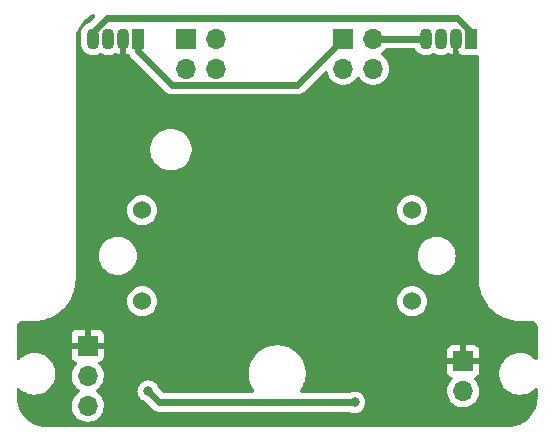
<source format=gbr>
%TF.GenerationSoftware,KiCad,Pcbnew,(6.0.9)*%
%TF.CreationDate,2023-01-27T21:07:44-09:00*%
%TF.ProjectId,GAUGE_Analog Instruments,47415547-455f-4416-9e61-6c6f6720496e,rev?*%
%TF.SameCoordinates,Original*%
%TF.FileFunction,Copper,L2,Bot*%
%TF.FilePolarity,Positive*%
%FSLAX46Y46*%
G04 Gerber Fmt 4.6, Leading zero omitted, Abs format (unit mm)*
G04 Created by KiCad (PCBNEW (6.0.9)) date 2023-01-27 21:07:44*
%MOMM*%
%LPD*%
G01*
G04 APERTURE LIST*
%TA.AperFunction,ComponentPad*%
%ADD10R,1.070000X1.800000*%
%TD*%
%TA.AperFunction,ComponentPad*%
%ADD11O,1.070000X1.800000*%
%TD*%
%TA.AperFunction,ComponentPad*%
%ADD12O,1.700000X1.700000*%
%TD*%
%TA.AperFunction,ComponentPad*%
%ADD13R,1.700000X1.700000*%
%TD*%
%TA.AperFunction,ComponentPad*%
%ADD14C,1.524000*%
%TD*%
%TA.AperFunction,ViaPad*%
%ADD15C,0.800000*%
%TD*%
%TA.AperFunction,Conductor*%
%ADD16C,0.609600*%
%TD*%
G04 APERTURE END LIST*
D10*
%TO.P,D2,1*%
%TO.N,Net-(D1-Pad4)*%
X196325515Y-78484574D03*
D11*
%TO.P,D2,2*%
%TO.N,+5V*%
X195055515Y-78484574D03*
%TO.P,D2,3*%
%TO.N,GND*%
X193785515Y-78484574D03*
%TO.P,D2,4*%
%TO.N,/LED_DOUT*%
X192515515Y-78484574D03*
%TD*%
D10*
%TO.P,D1,1*%
%TO.N,/LED_DIN*%
X168170016Y-78484574D03*
D11*
%TO.P,D1,2*%
%TO.N,+5V*%
X166900016Y-78484574D03*
%TO.P,D1,3*%
%TO.N,GND*%
X165630016Y-78484574D03*
%TO.P,D1,4*%
%TO.N,Net-(D1-Pad4)*%
X164360016Y-78484574D03*
%TD*%
D12*
%TO.P,J3,4*%
%TO.N,/COIL3*%
X174735515Y-81024574D03*
%TO.P,J3,3*%
%TO.N,/COIL2*%
X172195515Y-81024574D03*
%TO.P,J3,2*%
%TO.N,/COIL4*%
X174735515Y-78484574D03*
D13*
%TO.P,J3,1*%
%TO.N,/COIL1*%
X172195515Y-78484574D03*
%TD*%
D12*
%TO.P,J2,4*%
%TO.N,Net-(J2-Pad4)*%
X188070515Y-81024574D03*
%TO.P,J2,3*%
%TO.N,/ZERO_DETECT*%
X185530515Y-81024574D03*
%TO.P,J2,2*%
%TO.N,/LED_DOUT*%
X188070515Y-78484574D03*
D13*
%TO.P,J2,1*%
%TO.N,/LED_DIN*%
X185530515Y-78484574D03*
%TD*%
D12*
%TO.P,J1,2*%
%TO.N,GND*%
X195690515Y-108329574D03*
D13*
%TO.P,J1,1*%
%TO.N,+5V*%
X195690515Y-105789574D03*
%TD*%
D14*
%TO.P,M1,4*%
%TO.N,/COIL4*%
X191362766Y-93017952D03*
%TO.P,M1,3*%
%TO.N,/COIL3*%
X191362766Y-100717952D03*
%TO.P,M1,2*%
%TO.N,/COIL2*%
X168512766Y-100717952D03*
%TO.P,M1,1*%
%TO.N,/COIL1*%
X168512766Y-93017952D03*
%TD*%
D12*
%TO.P,J4,3*%
%TO.N,GND*%
X163897766Y-109567952D03*
%TO.P,J4,2*%
%TO.N,/ZERO_DETECT*%
X163897766Y-107027952D03*
D13*
%TO.P,J4,1*%
%TO.N,+5V*%
X163897766Y-104487952D03*
%TD*%
D15*
%TO.N,/ZERO_DETECT*%
X186492336Y-109272753D03*
X169020515Y-108329574D03*
%TD*%
D16*
%TO.N,/LED_DIN*%
X181635714Y-82379375D02*
X171010316Y-82379375D01*
X185530515Y-78484574D02*
X181635714Y-82379375D01*
X168170016Y-79539075D02*
X168170016Y-78484574D01*
X171010316Y-82379375D02*
X168170016Y-79539075D01*
%TO.N,/LED_DOUT*%
X192515515Y-78484574D02*
X188070515Y-78484574D01*
%TO.N,/ZERO_DETECT*%
X169963694Y-109272753D02*
X169020515Y-108329574D01*
X186492336Y-109272753D02*
X169963694Y-109272753D01*
%TO.N,Net-(D1-Pad4)*%
X165549304Y-76729773D02*
X164360016Y-77919061D01*
X164360016Y-77919061D02*
X164360016Y-78484574D01*
X195136227Y-76729773D02*
X165549304Y-76729773D01*
X196325515Y-77919061D02*
X195136227Y-76729773D01*
X196325515Y-78484574D02*
X196325515Y-77919061D01*
%TD*%
%TA.AperFunction,Conductor*%
%TO.N,+5V*%
G36*
X164486996Y-76451976D02*
G01*
X164525050Y-76511913D01*
X164524660Y-76582908D01*
X164493056Y-76635841D01*
X164008254Y-77120643D01*
X163968377Y-77147036D01*
X163967223Y-77147376D01*
X163785869Y-77242186D01*
X163626385Y-77370414D01*
X163494844Y-77527178D01*
X163396258Y-77706507D01*
X163334380Y-77901568D01*
X163316516Y-78060830D01*
X163316516Y-78901069D01*
X163331436Y-79053238D01*
X163390584Y-79249145D01*
X163416494Y-79297874D01*
X163483760Y-79424383D01*
X163486657Y-79429832D01*
X163490547Y-79434602D01*
X163490550Y-79434606D01*
X163612101Y-79583642D01*
X163612104Y-79583645D01*
X163615996Y-79588417D01*
X163620744Y-79592344D01*
X163620745Y-79592346D01*
X163627460Y-79597901D01*
X163773675Y-79718861D01*
X163953687Y-79816193D01*
X164149176Y-79876707D01*
X164155298Y-79877350D01*
X164155301Y-79877351D01*
X164346567Y-79897453D01*
X164346569Y-79897453D01*
X164352696Y-79898097D01*
X164450766Y-79889172D01*
X164550355Y-79880109D01*
X164550358Y-79880108D01*
X164556494Y-79879550D01*
X164562400Y-79877812D01*
X164562404Y-79877811D01*
X164684253Y-79841949D01*
X164752809Y-79821772D01*
X164758267Y-79818919D01*
X164758271Y-79818917D01*
X164934163Y-79726962D01*
X164934971Y-79728508D01*
X164994976Y-79710343D01*
X165055959Y-79725503D01*
X165061249Y-79728363D01*
X165223687Y-79816193D01*
X165419176Y-79876707D01*
X165425298Y-79877350D01*
X165425301Y-79877351D01*
X165616567Y-79897453D01*
X165616569Y-79897453D01*
X165622696Y-79898097D01*
X165720766Y-79889172D01*
X165820355Y-79880109D01*
X165820358Y-79880108D01*
X165826494Y-79879550D01*
X165832400Y-79877812D01*
X165832404Y-79877811D01*
X165954253Y-79841949D01*
X166022809Y-79821772D01*
X166028267Y-79818919D01*
X166028271Y-79818917D01*
X166204163Y-79726962D01*
X166204896Y-79728363D01*
X166265458Y-79710031D01*
X166326436Y-79725192D01*
X166488456Y-79812797D01*
X166499771Y-79817553D01*
X166628708Y-79857466D01*
X166642811Y-79857672D01*
X166646016Y-79850917D01*
X166646016Y-79117462D01*
X166651915Y-79079361D01*
X166653790Y-79073452D01*
X166653791Y-79073445D01*
X166655652Y-79067580D01*
X166673516Y-78908318D01*
X166673516Y-78356574D01*
X166693518Y-78288453D01*
X166747174Y-78241960D01*
X166799516Y-78230574D01*
X167000516Y-78230574D01*
X167068637Y-78250576D01*
X167115130Y-78304232D01*
X167126516Y-78356574D01*
X167126516Y-79432708D01*
X167133271Y-79494890D01*
X167136045Y-79502289D01*
X167145998Y-79528839D01*
X167154016Y-79573069D01*
X167154016Y-79843985D01*
X167157989Y-79857516D01*
X167165783Y-79858636D01*
X167282606Y-79824253D01*
X167353603Y-79824207D01*
X167413354Y-79862553D01*
X167430523Y-79888717D01*
X167431915Y-79892714D01*
X167435649Y-79898689D01*
X167435650Y-79898692D01*
X167449813Y-79921357D01*
X167457149Y-79934867D01*
X167471431Y-79965494D01*
X167490812Y-79990480D01*
X167498185Y-79999985D01*
X167505478Y-80010439D01*
X167528605Y-80047451D01*
X167533570Y-80052450D01*
X167533571Y-80052452D01*
X167557372Y-80076419D01*
X167557969Y-80077057D01*
X167558489Y-80077728D01*
X167584747Y-80103986D01*
X167657175Y-80176921D01*
X167658216Y-80177581D01*
X167659451Y-80178690D01*
X170428605Y-82947844D01*
X170429534Y-82948781D01*
X170469142Y-82989227D01*
X170493034Y-83013625D01*
X170498952Y-83017439D01*
X170498957Y-83017443D01*
X170529723Y-83037270D01*
X170540076Y-83044709D01*
X170574185Y-83071938D01*
X170580525Y-83075003D01*
X170580530Y-83075006D01*
X170604595Y-83086640D01*
X170618008Y-83094167D01*
X170640480Y-83108649D01*
X170640487Y-83108652D01*
X170646406Y-83112467D01*
X170687427Y-83127398D01*
X170699164Y-83132356D01*
X170707991Y-83136623D01*
X170732117Y-83148286D01*
X170732119Y-83148287D01*
X170738460Y-83151352D01*
X170771380Y-83158952D01*
X170786115Y-83163318D01*
X170811244Y-83172464D01*
X170811250Y-83172466D01*
X170817865Y-83174873D01*
X170838519Y-83177482D01*
X170861175Y-83180344D01*
X170873716Y-83182578D01*
X170916246Y-83192397D01*
X170923292Y-83192422D01*
X170923295Y-83192422D01*
X170957057Y-83192540D01*
X170957950Y-83192570D01*
X170958786Y-83192675D01*
X170995722Y-83192675D01*
X170996162Y-83192676D01*
X171095162Y-83193022D01*
X171095169Y-83193022D01*
X171098708Y-83193034D01*
X171099914Y-83192764D01*
X171101563Y-83192675D01*
X181626497Y-83192675D01*
X181627818Y-83192682D01*
X181718423Y-83193631D01*
X181761084Y-83184407D01*
X181773663Y-83182347D01*
X181810043Y-83178267D01*
X181810046Y-83178266D01*
X181817039Y-83177482D01*
X181848940Y-83166373D01*
X181863750Y-83162211D01*
X181896765Y-83155073D01*
X181904745Y-83151352D01*
X181936333Y-83136623D01*
X181948143Y-83131827D01*
X181989353Y-83117476D01*
X182017997Y-83099577D01*
X182031506Y-83092242D01*
X182062133Y-83077960D01*
X182096624Y-83051206D01*
X182107080Y-83043912D01*
X182138114Y-83024520D01*
X182144090Y-83020786D01*
X182173058Y-82992019D01*
X182173696Y-82991422D01*
X182174367Y-82990902D01*
X182200625Y-82964644D01*
X182273560Y-82892216D01*
X182274220Y-82891175D01*
X182275329Y-82889940D01*
X183976661Y-81188608D01*
X184038973Y-81154582D01*
X184109788Y-81159647D01*
X184166624Y-81202194D01*
X184188673Y-81250002D01*
X184229737Y-81432213D01*
X184313781Y-81639190D01*
X184364534Y-81722012D01*
X184427806Y-81825262D01*
X184430502Y-81829662D01*
X184576765Y-81998512D01*
X184748641Y-82141206D01*
X184941515Y-82253912D01*
X185150207Y-82333604D01*
X185155275Y-82334635D01*
X185155278Y-82334636D01*
X185262532Y-82356457D01*
X185369112Y-82378141D01*
X185374287Y-82378331D01*
X185374289Y-82378331D01*
X185587188Y-82386138D01*
X185587192Y-82386138D01*
X185592352Y-82386327D01*
X185597472Y-82385671D01*
X185597474Y-82385671D01*
X185808803Y-82358599D01*
X185808804Y-82358599D01*
X185813931Y-82357942D01*
X185818881Y-82356457D01*
X186022944Y-82295235D01*
X186022949Y-82295233D01*
X186027899Y-82293748D01*
X186228509Y-82195470D01*
X186410375Y-82065747D01*
X186568611Y-81908063D01*
X186628109Y-81825263D01*
X186698968Y-81726651D01*
X186700291Y-81727602D01*
X186747160Y-81684431D01*
X186817095Y-81672199D01*
X186882541Y-81699718D01*
X186910390Y-81731568D01*
X186970502Y-81829662D01*
X187116765Y-81998512D01*
X187288641Y-82141206D01*
X187481515Y-82253912D01*
X187690207Y-82333604D01*
X187695275Y-82334635D01*
X187695278Y-82334636D01*
X187802532Y-82356457D01*
X187909112Y-82378141D01*
X187914287Y-82378331D01*
X187914289Y-82378331D01*
X188127188Y-82386138D01*
X188127192Y-82386138D01*
X188132352Y-82386327D01*
X188137472Y-82385671D01*
X188137474Y-82385671D01*
X188348803Y-82358599D01*
X188348804Y-82358599D01*
X188353931Y-82357942D01*
X188358881Y-82356457D01*
X188562944Y-82295235D01*
X188562949Y-82295233D01*
X188567899Y-82293748D01*
X188768509Y-82195470D01*
X188950375Y-82065747D01*
X189108611Y-81908063D01*
X189168109Y-81825263D01*
X189235950Y-81730851D01*
X189238968Y-81726651D01*
X189259835Y-81684431D01*
X189335651Y-81531027D01*
X189335652Y-81531025D01*
X189337945Y-81526385D01*
X189402885Y-81312643D01*
X189432044Y-81091164D01*
X189432126Y-81087814D01*
X189433589Y-81027939D01*
X189433589Y-81027935D01*
X189433671Y-81024574D01*
X189415367Y-80801935D01*
X189360946Y-80585276D01*
X189271869Y-80380414D01*
X189182908Y-80242901D01*
X189153337Y-80197191D01*
X189153335Y-80197188D01*
X189150529Y-80192851D01*
X189000185Y-80027625D01*
X188996134Y-80024426D01*
X188996130Y-80024422D01*
X188828929Y-79892374D01*
X188828925Y-79892372D01*
X188824874Y-79889172D01*
X188783568Y-79866370D01*
X188733599Y-79815938D01*
X188718827Y-79746495D01*
X188743943Y-79680090D01*
X188771295Y-79653483D01*
X188815118Y-79622224D01*
X188950375Y-79525747D01*
X189108611Y-79368063D01*
X189121342Y-79350346D01*
X189177337Y-79306699D01*
X189223663Y-79297874D01*
X191496284Y-79297874D01*
X191564405Y-79317876D01*
X191607535Y-79364721D01*
X191639258Y-79424383D01*
X191639262Y-79424388D01*
X191642156Y-79429832D01*
X191688809Y-79487034D01*
X191767600Y-79583642D01*
X191767603Y-79583645D01*
X191771495Y-79588417D01*
X191776243Y-79592344D01*
X191776244Y-79592346D01*
X191782959Y-79597901D01*
X191929174Y-79718861D01*
X192109186Y-79816193D01*
X192304675Y-79876707D01*
X192310797Y-79877350D01*
X192310800Y-79877351D01*
X192502066Y-79897453D01*
X192502068Y-79897453D01*
X192508195Y-79898097D01*
X192606265Y-79889172D01*
X192705854Y-79880109D01*
X192705857Y-79880108D01*
X192711993Y-79879550D01*
X192717899Y-79877812D01*
X192717903Y-79877811D01*
X192839752Y-79841949D01*
X192908308Y-79821772D01*
X192913766Y-79818919D01*
X192913770Y-79818917D01*
X193089662Y-79726962D01*
X193090470Y-79728508D01*
X193150475Y-79710343D01*
X193211458Y-79725503D01*
X193216748Y-79728363D01*
X193379186Y-79816193D01*
X193574675Y-79876707D01*
X193580797Y-79877350D01*
X193580800Y-79877351D01*
X193772066Y-79897453D01*
X193772068Y-79897453D01*
X193778195Y-79898097D01*
X193876265Y-79889172D01*
X193975854Y-79880109D01*
X193975857Y-79880108D01*
X193981993Y-79879550D01*
X193987899Y-79877812D01*
X193987903Y-79877811D01*
X194109752Y-79841949D01*
X194178308Y-79821772D01*
X194183766Y-79818919D01*
X194183770Y-79818917D01*
X194359662Y-79726962D01*
X194360395Y-79728363D01*
X194420957Y-79710031D01*
X194481935Y-79725192D01*
X194643955Y-79812797D01*
X194655270Y-79817553D01*
X194784207Y-79857466D01*
X194798310Y-79857672D01*
X194801515Y-79850917D01*
X194801515Y-79117462D01*
X194807414Y-79079361D01*
X194809289Y-79073452D01*
X194809290Y-79073445D01*
X194811151Y-79067580D01*
X194829015Y-78908318D01*
X194829015Y-78356574D01*
X194849017Y-78288453D01*
X194902673Y-78241960D01*
X194955015Y-78230574D01*
X195156015Y-78230574D01*
X195224136Y-78250576D01*
X195270629Y-78304232D01*
X195282015Y-78356574D01*
X195282015Y-79432708D01*
X195288770Y-79494890D01*
X195291544Y-79502289D01*
X195301497Y-79528839D01*
X195309515Y-79573069D01*
X195309515Y-79843985D01*
X195313488Y-79857516D01*
X195321282Y-79858636D01*
X195445393Y-79822108D01*
X195516390Y-79822062D01*
X195538553Y-79831249D01*
X195543810Y-79835189D01*
X195680199Y-79886319D01*
X195742381Y-79893074D01*
X196881015Y-79893074D01*
X196949136Y-79913076D01*
X196995629Y-79966732D01*
X197007015Y-80019074D01*
X197007015Y-98814700D01*
X197005268Y-98835607D01*
X197001939Y-98855392D01*
X197001786Y-98867944D01*
X197002476Y-98872761D01*
X197002476Y-98872765D01*
X197002524Y-98873099D01*
X197003643Y-98884771D01*
X197019574Y-99209161D01*
X197019726Y-99212252D01*
X197020179Y-99215307D01*
X197020180Y-99215316D01*
X197065300Y-99519512D01*
X197070303Y-99553244D01*
X197071056Y-99556252D01*
X197071057Y-99556255D01*
X197086177Y-99616621D01*
X197154060Y-99887638D01*
X197157829Y-99898171D01*
X197222985Y-100080276D01*
X197270190Y-100212211D01*
X197271512Y-100215006D01*
X197271514Y-100215011D01*
X197415820Y-100520127D01*
X197417575Y-100523838D01*
X197594795Y-100819518D01*
X197596641Y-100822007D01*
X197783580Y-101074069D01*
X197800144Y-101096404D01*
X198031644Y-101351828D01*
X198287066Y-101583331D01*
X198289545Y-101585170D01*
X198289548Y-101585172D01*
X198441796Y-101698088D01*
X198563949Y-101788684D01*
X198859628Y-101965907D01*
X198862407Y-101967221D01*
X198862410Y-101967223D01*
X199168462Y-102111976D01*
X199168471Y-102111980D01*
X199171254Y-102113296D01*
X199333540Y-102171363D01*
X199492918Y-102228389D01*
X199492927Y-102228392D01*
X199495826Y-102229429D01*
X199498816Y-102230178D01*
X199498826Y-102230181D01*
X199799943Y-102305606D01*
X199830218Y-102313189D01*
X200171210Y-102363770D01*
X200174294Y-102363921D01*
X200174299Y-102363922D01*
X200483283Y-102379100D01*
X200497998Y-102380693D01*
X200498159Y-102380720D01*
X200498166Y-102380721D01*
X200502966Y-102381528D01*
X200509432Y-102381607D01*
X200510658Y-102381622D01*
X200510661Y-102381622D01*
X200515518Y-102381681D01*
X200543148Y-102377724D01*
X200561010Y-102376451D01*
X201441901Y-102376451D01*
X201461279Y-102377950D01*
X201471007Y-102379464D01*
X201485000Y-102381642D01*
X201494021Y-102380462D01*
X201524464Y-102380189D01*
X201586551Y-102387181D01*
X201614047Y-102393455D01*
X201691160Y-102420433D01*
X201716571Y-102432670D01*
X201731203Y-102441862D01*
X201785737Y-102476124D01*
X201807794Y-102493712D01*
X201865556Y-102551468D01*
X201883144Y-102573521D01*
X201926606Y-102642682D01*
X201938850Y-102668104D01*
X201965830Y-102745199D01*
X201972109Y-102772703D01*
X201978324Y-102827831D01*
X201977981Y-102843843D01*
X201979050Y-102843856D01*
X201978941Y-102852825D01*
X201977559Y-102861700D01*
X201980362Y-102883125D01*
X201981686Y-102893247D01*
X201982750Y-102909591D01*
X201982750Y-105567659D01*
X201962748Y-105635780D01*
X201909092Y-105682273D01*
X201838818Y-105692377D01*
X201774238Y-105662883D01*
X201762747Y-105651561D01*
X201716232Y-105599445D01*
X201515280Y-105432314D01*
X201444629Y-105389442D01*
X201295828Y-105299147D01*
X201295824Y-105299145D01*
X201291831Y-105296722D01*
X201050795Y-105195648D01*
X200797467Y-105131310D01*
X200792816Y-105130842D01*
X200792812Y-105130841D01*
X200583521Y-105109767D01*
X200580383Y-105109451D01*
X200424896Y-105109451D01*
X200422571Y-105109624D01*
X200422565Y-105109624D01*
X200235250Y-105123544D01*
X200235246Y-105123545D01*
X200230598Y-105123890D01*
X200226050Y-105124919D01*
X200226044Y-105124920D01*
X200039649Y-105167098D01*
X199975673Y-105181574D01*
X199971321Y-105183266D01*
X199971319Y-105183267D01*
X199736426Y-105274611D01*
X199736423Y-105274612D01*
X199732073Y-105276304D01*
X199505152Y-105406000D01*
X199299893Y-105567813D01*
X199120807Y-105758188D01*
X198971826Y-105972942D01*
X198969760Y-105977132D01*
X198969758Y-105977135D01*
X198874604Y-106170090D01*
X198856225Y-106207358D01*
X198854803Y-106211801D01*
X198854802Y-106211803D01*
X198808027Y-106357928D01*
X198776543Y-106456286D01*
X198734529Y-106714258D01*
X198734468Y-106718931D01*
X198732391Y-106877628D01*
X198731108Y-106975606D01*
X198766354Y-107234589D01*
X198767662Y-107239075D01*
X198767662Y-107239077D01*
X198787348Y-107306615D01*
X198839493Y-107485518D01*
X198841453Y-107489771D01*
X198841454Y-107489772D01*
X198847179Y-107502191D01*
X198948918Y-107722879D01*
X198972447Y-107758767D01*
X199089660Y-107937547D01*
X199089664Y-107937552D01*
X199092226Y-107941460D01*
X199266268Y-108136457D01*
X199467220Y-108303588D01*
X199471223Y-108306017D01*
X199686672Y-108436755D01*
X199686676Y-108436757D01*
X199690669Y-108439180D01*
X199931705Y-108540254D01*
X200185033Y-108604592D01*
X200189684Y-108605060D01*
X200189688Y-108605061D01*
X200382558Y-108624482D01*
X200402117Y-108626451D01*
X200557604Y-108626451D01*
X200559929Y-108626278D01*
X200559935Y-108626278D01*
X200747250Y-108612358D01*
X200747254Y-108612357D01*
X200751902Y-108612012D01*
X200756450Y-108610983D01*
X200756456Y-108610982D01*
X200947290Y-108567800D01*
X201006827Y-108554328D01*
X201011978Y-108552325D01*
X201246074Y-108461291D01*
X201246077Y-108461290D01*
X201250427Y-108459598D01*
X201269740Y-108448560D01*
X201355608Y-108399482D01*
X201477348Y-108329902D01*
X201682607Y-108168089D01*
X201764975Y-108080529D01*
X201826219Y-108044617D01*
X201897157Y-108047517D01*
X201955265Y-108088308D01*
X201982096Y-108154039D01*
X201982750Y-108166862D01*
X201982750Y-108818583D01*
X201981249Y-108837970D01*
X201977559Y-108861666D01*
X201978723Y-108870569D01*
X201978723Y-108870571D01*
X201979807Y-108878863D01*
X201980640Y-108902806D01*
X201965039Y-109160650D01*
X201963205Y-109175753D01*
X201911716Y-109456703D01*
X201908074Y-109471477D01*
X201823100Y-109744158D01*
X201817705Y-109758384D01*
X201700477Y-110018848D01*
X201693406Y-110032320D01*
X201545644Y-110276746D01*
X201537001Y-110289268D01*
X201360850Y-110514107D01*
X201350760Y-110525496D01*
X201148794Y-110727461D01*
X201137406Y-110737550D01*
X200912566Y-110913701D01*
X200900045Y-110922344D01*
X200655613Y-111070111D01*
X200642147Y-111077178D01*
X200381682Y-111194406D01*
X200367457Y-111199801D01*
X200094770Y-111284776D01*
X200080010Y-111288415D01*
X199957135Y-111310934D01*
X199799053Y-111339906D01*
X199783948Y-111341740D01*
X199533330Y-111356903D01*
X199506543Y-111355643D01*
X199506389Y-111355641D01*
X199497517Y-111354260D01*
X199465960Y-111358387D01*
X199449621Y-111359451D01*
X160433650Y-111359451D01*
X160414264Y-111357951D01*
X160399432Y-111355641D01*
X160399429Y-111355641D01*
X160390560Y-111354260D01*
X160381659Y-111355424D01*
X160381653Y-111355424D01*
X160373367Y-111356508D01*
X160349421Y-111357342D01*
X160091573Y-111341743D01*
X160076470Y-111339909D01*
X159843227Y-111297165D01*
X159795522Y-111288423D01*
X159780755Y-111284783D01*
X159508051Y-111199805D01*
X159493833Y-111194413D01*
X159233361Y-111077184D01*
X159219908Y-111070123D01*
X158975458Y-110922348D01*
X158962945Y-110913711D01*
X158945234Y-110899835D01*
X158738107Y-110737563D01*
X158726718Y-110727474D01*
X158524743Y-110525501D01*
X158514654Y-110514112D01*
X158338508Y-110289282D01*
X158329864Y-110276760D01*
X158182097Y-110032326D01*
X158175026Y-110018854D01*
X158057797Y-109758390D01*
X158052402Y-109744164D01*
X157987110Y-109534647D01*
X162535017Y-109534647D01*
X162535314Y-109539800D01*
X162535314Y-109539803D01*
X162541340Y-109644309D01*
X162547876Y-109757667D01*
X162549013Y-109762713D01*
X162549014Y-109762719D01*
X162566706Y-109841222D01*
X162596988Y-109975591D01*
X162681032Y-110182568D01*
X162797753Y-110373040D01*
X162944016Y-110541890D01*
X163115892Y-110684584D01*
X163308766Y-110797290D01*
X163517458Y-110876982D01*
X163522526Y-110878013D01*
X163522529Y-110878014D01*
X163629783Y-110899835D01*
X163736363Y-110921519D01*
X163741538Y-110921709D01*
X163741540Y-110921709D01*
X163954439Y-110929516D01*
X163954443Y-110929516D01*
X163959603Y-110929705D01*
X163964723Y-110929049D01*
X163964725Y-110929049D01*
X164176054Y-110901977D01*
X164176055Y-110901977D01*
X164181182Y-110901320D01*
X164186132Y-110899835D01*
X164390195Y-110838613D01*
X164390200Y-110838611D01*
X164395150Y-110837126D01*
X164595760Y-110738848D01*
X164777626Y-110609125D01*
X164935862Y-110451441D01*
X164995360Y-110368641D01*
X165063201Y-110274229D01*
X165066219Y-110270029D01*
X165094795Y-110212211D01*
X165162902Y-110074405D01*
X165162903Y-110074403D01*
X165165196Y-110069763D01*
X165207461Y-109930652D01*
X165228631Y-109860975D01*
X165228631Y-109860973D01*
X165230136Y-109856021D01*
X165259295Y-109634542D01*
X165260922Y-109567952D01*
X165242618Y-109345313D01*
X165188197Y-109128654D01*
X165099120Y-108923792D01*
X164981513Y-108741999D01*
X164980588Y-108740569D01*
X164980586Y-108740566D01*
X164977780Y-108736229D01*
X164827436Y-108571003D01*
X164823385Y-108567804D01*
X164823381Y-108567800D01*
X164656180Y-108435752D01*
X164656176Y-108435750D01*
X164652125Y-108432550D01*
X164610819Y-108409748D01*
X164560850Y-108359316D01*
X164554523Y-108329574D01*
X168107011Y-108329574D01*
X168107701Y-108336139D01*
X168115682Y-108412070D01*
X168126973Y-108519502D01*
X168185988Y-108701130D01*
X168189291Y-108706852D01*
X168189292Y-108706853D01*
X168208758Y-108740569D01*
X168281475Y-108866518D01*
X168285893Y-108871425D01*
X168285894Y-108871426D01*
X168347101Y-108939403D01*
X168409262Y-109008440D01*
X168434824Y-109027012D01*
X168531508Y-109097257D01*
X168563763Y-109120692D01*
X168569791Y-109123376D01*
X168569793Y-109123377D01*
X168718522Y-109189595D01*
X168756368Y-109215607D01*
X169381983Y-109841222D01*
X169382912Y-109842159D01*
X169446412Y-109907003D01*
X169452334Y-109910820D01*
X169452336Y-109910821D01*
X169483108Y-109930652D01*
X169493448Y-109938082D01*
X169527564Y-109965316D01*
X169533910Y-109968384D01*
X169533912Y-109968385D01*
X169557976Y-109980019D01*
X169571387Y-109987545D01*
X169599784Y-110005845D01*
X169640813Y-110020778D01*
X169652537Y-110025731D01*
X169669300Y-110033834D01*
X169685494Y-110041663D01*
X169685497Y-110041664D01*
X169691839Y-110044730D01*
X169708798Y-110048645D01*
X169724752Y-110052329D01*
X169739501Y-110056698D01*
X169771243Y-110068251D01*
X169814547Y-110073721D01*
X169827092Y-110075956D01*
X169839296Y-110078774D01*
X169862757Y-110084191D01*
X169862761Y-110084191D01*
X169869624Y-110085776D01*
X169876670Y-110085801D01*
X169876673Y-110085801D01*
X169910448Y-110085919D01*
X169911331Y-110085948D01*
X169912164Y-110086053D01*
X169948941Y-110086053D01*
X169949380Y-110086054D01*
X170048541Y-110086400D01*
X170048547Y-110086400D01*
X170052086Y-110086412D01*
X170053292Y-110086142D01*
X170054942Y-110086053D01*
X186058623Y-110086053D01*
X186109872Y-110096946D01*
X186210048Y-110141547D01*
X186303449Y-110161400D01*
X186390392Y-110179881D01*
X186390397Y-110179881D01*
X186396849Y-110181253D01*
X186587823Y-110181253D01*
X186594275Y-110179881D01*
X186594280Y-110179881D01*
X186681223Y-110161400D01*
X186774624Y-110141547D01*
X186899264Y-110086054D01*
X186943058Y-110066556D01*
X186943060Y-110066555D01*
X186949088Y-110063871D01*
X187103589Y-109951619D01*
X187140324Y-109910821D01*
X187226957Y-109814605D01*
X187226958Y-109814604D01*
X187231376Y-109809697D01*
X187326863Y-109644309D01*
X187385878Y-109462681D01*
X187395226Y-109373745D01*
X187405150Y-109279318D01*
X187405840Y-109272753D01*
X187399125Y-109208866D01*
X187386568Y-109089388D01*
X187386568Y-109089386D01*
X187385878Y-109082825D01*
X187326863Y-108901197D01*
X187316413Y-108883096D01*
X187234677Y-108741527D01*
X187231376Y-108735809D01*
X187118982Y-108610982D01*
X187108011Y-108598798D01*
X187108010Y-108598797D01*
X187103589Y-108593887D01*
X186949088Y-108481635D01*
X186943060Y-108478951D01*
X186943058Y-108478950D01*
X186780655Y-108406644D01*
X186780654Y-108406644D01*
X186774624Y-108403959D01*
X186678443Y-108383515D01*
X186594280Y-108365625D01*
X186594275Y-108365625D01*
X186587823Y-108364253D01*
X186396849Y-108364253D01*
X186390397Y-108365625D01*
X186390392Y-108365625D01*
X186306229Y-108383515D01*
X186210048Y-108403959D01*
X186204018Y-108406644D01*
X186204017Y-108406644D01*
X186109872Y-108448560D01*
X186058623Y-108459453D01*
X182005695Y-108459453D01*
X181937574Y-108439451D01*
X181891081Y-108385795D01*
X181880977Y-108315521D01*
X181888645Y-108296269D01*
X194327766Y-108296269D01*
X194328063Y-108301422D01*
X194328063Y-108301425D01*
X194333526Y-108396164D01*
X194340625Y-108519289D01*
X194341762Y-108524335D01*
X194341763Y-108524341D01*
X194359849Y-108604592D01*
X194389737Y-108737213D01*
X194449014Y-108883195D01*
X194459974Y-108910186D01*
X194473781Y-108944190D01*
X194476480Y-108948594D01*
X194583911Y-109123906D01*
X194590502Y-109134662D01*
X194736765Y-109303512D01*
X194908641Y-109446206D01*
X195101515Y-109558912D01*
X195310207Y-109638604D01*
X195315275Y-109639635D01*
X195315278Y-109639636D01*
X195422532Y-109661457D01*
X195529112Y-109683141D01*
X195534287Y-109683331D01*
X195534289Y-109683331D01*
X195747188Y-109691138D01*
X195747192Y-109691138D01*
X195752352Y-109691327D01*
X195757472Y-109690671D01*
X195757474Y-109690671D01*
X195968803Y-109663599D01*
X195968804Y-109663599D01*
X195973931Y-109662942D01*
X196036038Y-109644309D01*
X196182944Y-109600235D01*
X196182949Y-109600233D01*
X196187899Y-109598748D01*
X196388509Y-109500470D01*
X196570375Y-109370747D01*
X196728611Y-109213063D01*
X196739171Y-109198368D01*
X196855950Y-109035851D01*
X196858968Y-109031651D01*
X196868521Y-109012323D01*
X196955651Y-108836027D01*
X196955652Y-108836025D01*
X196957945Y-108831385D01*
X197020209Y-108626451D01*
X197021380Y-108622597D01*
X197021380Y-108622595D01*
X197022885Y-108617643D01*
X197052044Y-108396164D01*
X197052145Y-108392032D01*
X197053589Y-108332939D01*
X197053589Y-108332935D01*
X197053671Y-108329574D01*
X197035367Y-108106935D01*
X196980946Y-107890276D01*
X196891869Y-107685414D01*
X196816987Y-107569664D01*
X196773337Y-107502191D01*
X196773335Y-107502188D01*
X196770529Y-107497851D01*
X196767055Y-107494033D01*
X196767048Y-107494024D01*
X196622950Y-107335662D01*
X196591898Y-107271816D01*
X196600294Y-107201318D01*
X196645471Y-107146550D01*
X196671915Y-107132881D01*
X196778567Y-107092899D01*
X196794164Y-107084360D01*
X196896239Y-107007859D01*
X196908800Y-106995298D01*
X196985301Y-106893223D01*
X196993839Y-106877628D01*
X197038993Y-106757180D01*
X197042620Y-106741925D01*
X197048146Y-106691060D01*
X197048515Y-106684246D01*
X197048515Y-106061689D01*
X197044040Y-106046450D01*
X197042650Y-106045245D01*
X197034967Y-106043574D01*
X194350631Y-106043574D01*
X194335392Y-106048049D01*
X194334187Y-106049439D01*
X194332516Y-106057122D01*
X194332516Y-106684243D01*
X194332886Y-106691064D01*
X194338410Y-106741926D01*
X194342036Y-106757178D01*
X194387191Y-106877628D01*
X194395729Y-106893223D01*
X194472230Y-106995298D01*
X194484791Y-107007859D01*
X194586866Y-107084360D01*
X194602461Y-107092898D01*
X194711342Y-107133716D01*
X194768106Y-107176358D01*
X194792806Y-107242919D01*
X194777598Y-107312268D01*
X194758206Y-107338749D01*
X194670481Y-107430548D01*
X194631144Y-107471712D01*
X194505258Y-107656254D01*
X194489518Y-107690164D01*
X194421386Y-107836942D01*
X194411203Y-107858879D01*
X194351504Y-108074144D01*
X194327766Y-108296269D01*
X181888645Y-108296269D01*
X181902798Y-108260733D01*
X181929134Y-108223468D01*
X181993374Y-108132571D01*
X182137400Y-107861125D01*
X182146514Y-107836942D01*
X182244351Y-107577340D01*
X182244353Y-107577334D01*
X182245768Y-107573579D01*
X182264647Y-107494024D01*
X182315792Y-107278510D01*
X182315793Y-107278505D01*
X182316721Y-107274594D01*
X182349108Y-106969017D01*
X182347455Y-106893223D01*
X182342493Y-106665818D01*
X182342492Y-106665812D01*
X182342405Y-106661802D01*
X182296719Y-106357928D01*
X182294569Y-106350353D01*
X182213887Y-106066176D01*
X182213887Y-106066175D01*
X182212793Y-106062323D01*
X182091985Y-105779778D01*
X181937776Y-105517459D01*
X194332515Y-105517459D01*
X194336990Y-105532698D01*
X194338380Y-105533903D01*
X194346063Y-105535574D01*
X195418400Y-105535574D01*
X195433639Y-105531099D01*
X195434844Y-105529709D01*
X195436515Y-105522026D01*
X195436515Y-105517459D01*
X195944515Y-105517459D01*
X195948990Y-105532698D01*
X195950380Y-105533903D01*
X195958063Y-105535574D01*
X197030399Y-105535574D01*
X197045638Y-105531099D01*
X197046843Y-105529709D01*
X197048514Y-105522026D01*
X197048514Y-104894905D01*
X197048144Y-104888084D01*
X197042620Y-104837222D01*
X197038994Y-104821970D01*
X196993839Y-104701520D01*
X196985301Y-104685925D01*
X196908800Y-104583850D01*
X196896239Y-104571289D01*
X196794164Y-104494788D01*
X196778569Y-104486250D01*
X196658121Y-104441096D01*
X196642866Y-104437469D01*
X196592001Y-104431943D01*
X196585187Y-104431574D01*
X195962630Y-104431574D01*
X195947391Y-104436049D01*
X195946186Y-104437439D01*
X195944515Y-104445122D01*
X195944515Y-105517459D01*
X195436515Y-105517459D01*
X195436515Y-104449690D01*
X195432040Y-104434451D01*
X195430650Y-104433246D01*
X195422967Y-104431575D01*
X194795846Y-104431575D01*
X194789025Y-104431945D01*
X194738163Y-104437469D01*
X194722911Y-104441095D01*
X194602461Y-104486250D01*
X194586866Y-104494788D01*
X194484791Y-104571289D01*
X194472230Y-104583850D01*
X194395729Y-104685925D01*
X194387191Y-104701520D01*
X194342037Y-104821968D01*
X194338410Y-104837223D01*
X194332884Y-104888088D01*
X194332515Y-104894902D01*
X194332515Y-105517459D01*
X181937776Y-105517459D01*
X181936256Y-105514873D01*
X181748128Y-105271903D01*
X181530653Y-105054807D01*
X181363309Y-104925702D01*
X181290548Y-104869567D01*
X181290544Y-104869564D01*
X181287355Y-104867104D01*
X181104550Y-104760067D01*
X181025643Y-104713865D01*
X181025640Y-104713863D01*
X181022179Y-104711837D01*
X181018494Y-104710269D01*
X181018490Y-104710267D01*
X180823730Y-104627396D01*
X180739423Y-104591523D01*
X180443672Y-104508112D01*
X180212700Y-104473799D01*
X180143018Y-104463447D01*
X180143016Y-104463447D01*
X180139719Y-104462957D01*
X180136388Y-104462817D01*
X180136384Y-104462817D01*
X180099431Y-104461269D01*
X180056089Y-104459452D01*
X179860026Y-104459452D01*
X179736122Y-104467356D01*
X179635109Y-104473799D01*
X179635104Y-104473800D01*
X179631101Y-104474055D01*
X179627164Y-104474817D01*
X179627162Y-104474817D01*
X179571571Y-104485573D01*
X179329407Y-104532426D01*
X179325592Y-104533684D01*
X179325588Y-104533685D01*
X179041398Y-104627396D01*
X179041393Y-104627398D01*
X179037575Y-104628657D01*
X178760337Y-104761190D01*
X178756972Y-104763363D01*
X178756968Y-104763365D01*
X178505552Y-104925702D01*
X178505546Y-104925707D01*
X178502186Y-104927876D01*
X178267307Y-105126013D01*
X178059508Y-105352389D01*
X177882158Y-105603333D01*
X177738132Y-105874779D01*
X177736717Y-105878535D01*
X177736716Y-105878536D01*
X177672308Y-106049439D01*
X177629764Y-106162325D01*
X177628835Y-106166240D01*
X177585143Y-106350353D01*
X177558811Y-106461310D01*
X177526424Y-106766887D01*
X177526511Y-106770888D01*
X177526511Y-106770895D01*
X177531764Y-107011643D01*
X177533127Y-107074102D01*
X177578813Y-107377976D01*
X177579908Y-107381834D01*
X177579909Y-107381837D01*
X177610553Y-107489772D01*
X177662739Y-107673581D01*
X177783547Y-107956126D01*
X177939276Y-108221031D01*
X177941734Y-108224205D01*
X177941737Y-108224210D01*
X177966594Y-108256314D01*
X177992483Y-108322422D01*
X177978522Y-108392032D01*
X177929142Y-108443044D01*
X177866967Y-108459453D01*
X170352764Y-108459453D01*
X170284643Y-108439451D01*
X170263668Y-108422548D01*
X169903338Y-108062217D01*
X169872601Y-108012058D01*
X169857084Y-107964302D01*
X169857083Y-107964301D01*
X169855042Y-107958018D01*
X169759555Y-107792630D01*
X169736300Y-107766802D01*
X169636190Y-107655619D01*
X169636189Y-107655618D01*
X169631768Y-107650708D01*
X169530786Y-107577340D01*
X169482609Y-107542337D01*
X169482608Y-107542336D01*
X169477267Y-107538456D01*
X169471239Y-107535772D01*
X169471237Y-107535771D01*
X169308834Y-107463465D01*
X169308833Y-107463465D01*
X169302803Y-107460780D01*
X169184299Y-107435591D01*
X169122459Y-107422446D01*
X169122454Y-107422446D01*
X169116002Y-107421074D01*
X168925028Y-107421074D01*
X168918576Y-107422446D01*
X168918571Y-107422446D01*
X168856731Y-107435591D01*
X168738227Y-107460780D01*
X168732197Y-107463465D01*
X168732196Y-107463465D01*
X168569793Y-107535771D01*
X168569791Y-107535772D01*
X168563763Y-107538456D01*
X168558422Y-107542336D01*
X168558421Y-107542337D01*
X168510244Y-107577340D01*
X168409262Y-107650708D01*
X168404841Y-107655618D01*
X168404840Y-107655619D01*
X168304731Y-107766802D01*
X168281475Y-107792630D01*
X168185988Y-107958018D01*
X168126973Y-108139646D01*
X168126283Y-108146207D01*
X168126283Y-108146209D01*
X168120751Y-108198848D01*
X168107011Y-108329574D01*
X164554523Y-108329574D01*
X164546078Y-108289873D01*
X164571194Y-108223468D01*
X164598546Y-108196861D01*
X164658580Y-108154039D01*
X164777626Y-108069125D01*
X164935862Y-107911441D01*
X164973632Y-107858879D01*
X165063201Y-107734229D01*
X165066219Y-107730029D01*
X165085922Y-107690164D01*
X165162902Y-107534405D01*
X165162903Y-107534403D01*
X165165196Y-107529763D01*
X165230136Y-107316021D01*
X165259295Y-107094542D01*
X165259544Y-107084360D01*
X165260840Y-107031317D01*
X165260840Y-107031313D01*
X165260922Y-107027952D01*
X165242618Y-106805313D01*
X165188197Y-106588654D01*
X165099120Y-106383792D01*
X165015725Y-106254883D01*
X164980588Y-106200569D01*
X164980586Y-106200566D01*
X164977780Y-106196229D01*
X164974306Y-106192411D01*
X164974299Y-106192402D01*
X164830201Y-106034040D01*
X164799149Y-105970194D01*
X164807545Y-105899696D01*
X164852722Y-105844928D01*
X164879166Y-105831259D01*
X164985818Y-105791277D01*
X165001415Y-105782738D01*
X165103490Y-105706237D01*
X165116051Y-105693676D01*
X165192552Y-105591601D01*
X165201090Y-105576006D01*
X165246244Y-105455558D01*
X165249871Y-105440303D01*
X165255397Y-105389438D01*
X165255766Y-105382624D01*
X165255766Y-104760067D01*
X165251291Y-104744828D01*
X165249901Y-104743623D01*
X165242218Y-104741952D01*
X162557882Y-104741952D01*
X162542643Y-104746427D01*
X162541438Y-104747817D01*
X162539767Y-104755500D01*
X162539767Y-105382621D01*
X162540137Y-105389442D01*
X162545661Y-105440304D01*
X162549287Y-105455556D01*
X162594442Y-105576006D01*
X162602980Y-105591601D01*
X162679481Y-105693676D01*
X162692042Y-105706237D01*
X162794117Y-105782738D01*
X162809712Y-105791276D01*
X162918593Y-105832094D01*
X162975357Y-105874736D01*
X163000057Y-105941297D01*
X162984849Y-106010646D01*
X162965457Y-106037127D01*
X162845815Y-106162325D01*
X162838395Y-106170090D01*
X162712509Y-106354632D01*
X162696769Y-106388542D01*
X162642273Y-106505944D01*
X162618454Y-106557257D01*
X162558755Y-106772522D01*
X162535017Y-106994647D01*
X162535314Y-106999800D01*
X162535314Y-106999803D01*
X162545478Y-107176081D01*
X162547876Y-107217667D01*
X162549013Y-107222713D01*
X162549014Y-107222719D01*
X162570041Y-107316021D01*
X162596988Y-107435591D01*
X162681032Y-107642568D01*
X162797753Y-107833040D01*
X162944016Y-108001890D01*
X163115892Y-108144584D01*
X163156116Y-108168089D01*
X163189211Y-108187428D01*
X163237935Y-108239066D01*
X163251006Y-108308849D01*
X163224275Y-108374621D01*
X163183821Y-108407979D01*
X163171373Y-108414459D01*
X163167240Y-108417562D01*
X163167237Y-108417564D01*
X163002299Y-108541403D01*
X162992731Y-108548587D01*
X162838395Y-108710090D01*
X162712509Y-108894632D01*
X162696769Y-108928542D01*
X162622107Y-109089388D01*
X162618454Y-109097257D01*
X162558755Y-109312522D01*
X162535017Y-109534647D01*
X157987110Y-109534647D01*
X157967426Y-109471481D01*
X157963784Y-109456708D01*
X157912294Y-109175756D01*
X157910460Y-109160652D01*
X157895305Y-108910186D01*
X157896575Y-108883195D01*
X157896590Y-108883096D01*
X157896590Y-108883094D01*
X157897972Y-108874218D01*
X157893845Y-108842661D01*
X157892781Y-108826322D01*
X157892781Y-108168243D01*
X157912783Y-108100122D01*
X157966439Y-108053629D01*
X158036713Y-108043525D01*
X158101293Y-108073019D01*
X158112780Y-108084337D01*
X158159299Y-108136457D01*
X158360251Y-108303588D01*
X158364254Y-108306017D01*
X158579703Y-108436755D01*
X158579707Y-108436757D01*
X158583700Y-108439180D01*
X158824736Y-108540254D01*
X159078064Y-108604592D01*
X159082715Y-108605060D01*
X159082719Y-108605061D01*
X159275589Y-108624482D01*
X159295148Y-108626451D01*
X159450635Y-108626451D01*
X159452960Y-108626278D01*
X159452966Y-108626278D01*
X159640281Y-108612358D01*
X159640285Y-108612357D01*
X159644933Y-108612012D01*
X159649481Y-108610983D01*
X159649487Y-108610982D01*
X159840321Y-108567800D01*
X159899858Y-108554328D01*
X159905009Y-108552325D01*
X160139105Y-108461291D01*
X160139108Y-108461290D01*
X160143458Y-108459598D01*
X160162771Y-108448560D01*
X160248639Y-108399482D01*
X160370379Y-108329902D01*
X160575638Y-108168089D01*
X160754724Y-107977714D01*
X160903705Y-107762960D01*
X160921543Y-107726788D01*
X161017241Y-107532732D01*
X161017242Y-107532729D01*
X161019306Y-107528544D01*
X161041437Y-107459408D01*
X161097561Y-107284074D01*
X161098988Y-107279616D01*
X161141002Y-107021644D01*
X161143834Y-106805313D01*
X161144362Y-106764973D01*
X161144362Y-106764970D01*
X161144423Y-106760296D01*
X161109177Y-106501313D01*
X161094754Y-106451828D01*
X161037349Y-106254883D01*
X161036038Y-106250384D01*
X160926613Y-106013023D01*
X160852313Y-105899696D01*
X160785871Y-105798355D01*
X160785867Y-105798350D01*
X160783305Y-105794442D01*
X160609263Y-105599445D01*
X160408311Y-105432314D01*
X160337660Y-105389442D01*
X160188859Y-105299147D01*
X160188855Y-105299145D01*
X160184862Y-105296722D01*
X159943826Y-105195648D01*
X159690498Y-105131310D01*
X159685847Y-105130842D01*
X159685843Y-105130841D01*
X159476552Y-105109767D01*
X159473414Y-105109451D01*
X159317927Y-105109451D01*
X159315602Y-105109624D01*
X159315596Y-105109624D01*
X159128281Y-105123544D01*
X159128277Y-105123545D01*
X159123629Y-105123890D01*
X159119081Y-105124919D01*
X159119075Y-105124920D01*
X158932680Y-105167098D01*
X158868704Y-105181574D01*
X158864352Y-105183266D01*
X158864350Y-105183267D01*
X158629457Y-105274611D01*
X158629454Y-105274612D01*
X158625104Y-105276304D01*
X158398183Y-105406000D01*
X158192924Y-105567813D01*
X158144440Y-105619354D01*
X158110556Y-105655373D01*
X158049312Y-105691285D01*
X157978374Y-105688385D01*
X157920266Y-105647594D01*
X157893435Y-105581863D01*
X157892781Y-105569040D01*
X157892781Y-104215837D01*
X162539766Y-104215837D01*
X162544241Y-104231076D01*
X162545631Y-104232281D01*
X162553314Y-104233952D01*
X163625651Y-104233952D01*
X163640890Y-104229477D01*
X163642095Y-104228087D01*
X163643766Y-104220404D01*
X163643766Y-104215837D01*
X164151766Y-104215837D01*
X164156241Y-104231076D01*
X164157631Y-104232281D01*
X164165314Y-104233952D01*
X165237650Y-104233952D01*
X165252889Y-104229477D01*
X165254094Y-104228087D01*
X165255765Y-104220404D01*
X165255765Y-103593283D01*
X165255395Y-103586462D01*
X165249871Y-103535600D01*
X165246245Y-103520348D01*
X165201090Y-103399898D01*
X165192552Y-103384303D01*
X165116051Y-103282228D01*
X165103490Y-103269667D01*
X165001415Y-103193166D01*
X164985820Y-103184628D01*
X164865372Y-103139474D01*
X164850117Y-103135847D01*
X164799252Y-103130321D01*
X164792438Y-103129952D01*
X164169881Y-103129952D01*
X164154642Y-103134427D01*
X164153437Y-103135817D01*
X164151766Y-103143500D01*
X164151766Y-104215837D01*
X163643766Y-104215837D01*
X163643766Y-103148068D01*
X163639291Y-103132829D01*
X163637901Y-103131624D01*
X163630218Y-103129953D01*
X163003097Y-103129953D01*
X162996276Y-103130323D01*
X162945414Y-103135847D01*
X162930162Y-103139473D01*
X162809712Y-103184628D01*
X162794117Y-103193166D01*
X162692042Y-103269667D01*
X162679481Y-103282228D01*
X162602980Y-103384303D01*
X162594442Y-103399898D01*
X162549288Y-103520346D01*
X162545661Y-103535601D01*
X162540135Y-103586466D01*
X162539766Y-103593280D01*
X162539766Y-104215837D01*
X157892781Y-104215837D01*
X157892781Y-102917334D01*
X157894282Y-102897943D01*
X157896590Y-102883125D01*
X157897972Y-102874252D01*
X157896793Y-102865231D01*
X157896522Y-102834789D01*
X157903519Y-102772714D01*
X157909798Y-102745209D01*
X157936774Y-102668124D01*
X157949016Y-102642705D01*
X157992467Y-102573556D01*
X158010059Y-102551497D01*
X158010092Y-102551464D01*
X158067811Y-102493748D01*
X158089868Y-102476159D01*
X158159019Y-102432710D01*
X158184435Y-102420470D01*
X158261520Y-102393495D01*
X158289028Y-102387215D01*
X158308775Y-102384990D01*
X158344748Y-102380937D01*
X158360393Y-102380154D01*
X158369145Y-102380261D01*
X158378015Y-102381642D01*
X158386915Y-102380478D01*
X158386919Y-102380478D01*
X158409571Y-102377515D01*
X158425911Y-102376451D01*
X159306769Y-102376451D01*
X159327674Y-102378197D01*
X159347467Y-102381527D01*
X159353820Y-102381604D01*
X159355161Y-102381621D01*
X159355164Y-102381621D01*
X159360019Y-102381680D01*
X159364825Y-102380992D01*
X159365908Y-102380921D01*
X159375809Y-102379970D01*
X159563244Y-102370761D01*
X159701243Y-102363981D01*
X159701250Y-102363980D01*
X159704330Y-102363829D01*
X159707377Y-102363377D01*
X159707387Y-102363376D01*
X160042274Y-102313698D01*
X160042279Y-102313697D01*
X160045326Y-102313245D01*
X160073751Y-102306125D01*
X160376720Y-102230233D01*
X160376725Y-102230231D01*
X160379721Y-102229481D01*
X160382630Y-102228440D01*
X160382637Y-102228438D01*
X160528302Y-102176317D01*
X160704296Y-102113343D01*
X160808530Y-102064043D01*
X161013134Y-101967271D01*
X161013141Y-101967268D01*
X161015924Y-101965951D01*
X161311604Y-101788723D01*
X161588490Y-101583367D01*
X161843913Y-101351860D01*
X162075415Y-101096432D01*
X162077251Y-101093956D01*
X162077257Y-101093949D01*
X162278925Y-100822023D01*
X162280765Y-100819542D01*
X162341654Y-100717952D01*
X167237413Y-100717952D01*
X167256788Y-100939415D01*
X167314326Y-101154148D01*
X167316648Y-101159129D01*
X167316649Y-101159130D01*
X167405952Y-101350641D01*
X167405955Y-101350646D01*
X167408278Y-101355628D01*
X167411434Y-101360135D01*
X167411435Y-101360137D01*
X167503935Y-101492240D01*
X167535789Y-101537733D01*
X167692985Y-101694929D01*
X167697493Y-101698086D01*
X167697496Y-101698088D01*
X167773261Y-101751139D01*
X167875089Y-101822440D01*
X167880071Y-101824763D01*
X167880076Y-101824766D01*
X167993232Y-101877531D01*
X168076570Y-101916392D01*
X168081878Y-101917814D01*
X168081880Y-101917815D01*
X168147715Y-101935455D01*
X168291303Y-101973930D01*
X168512766Y-101993305D01*
X168734229Y-101973930D01*
X168877817Y-101935455D01*
X168943652Y-101917815D01*
X168943654Y-101917814D01*
X168948962Y-101916392D01*
X169032300Y-101877531D01*
X169145456Y-101824766D01*
X169145461Y-101824763D01*
X169150443Y-101822440D01*
X169252271Y-101751139D01*
X169328036Y-101698088D01*
X169328039Y-101698086D01*
X169332547Y-101694929D01*
X169489743Y-101537733D01*
X169521598Y-101492240D01*
X169614097Y-101360137D01*
X169614098Y-101360135D01*
X169617254Y-101355628D01*
X169619577Y-101350646D01*
X169619580Y-101350641D01*
X169708883Y-101159130D01*
X169708884Y-101159129D01*
X169711206Y-101154148D01*
X169768744Y-100939415D01*
X169788119Y-100717952D01*
X190087413Y-100717952D01*
X190106788Y-100939415D01*
X190164326Y-101154148D01*
X190166648Y-101159129D01*
X190166649Y-101159130D01*
X190255952Y-101350641D01*
X190255955Y-101350646D01*
X190258278Y-101355628D01*
X190261434Y-101360135D01*
X190261435Y-101360137D01*
X190353935Y-101492240D01*
X190385789Y-101537733D01*
X190542985Y-101694929D01*
X190547493Y-101698086D01*
X190547496Y-101698088D01*
X190623261Y-101751139D01*
X190725089Y-101822440D01*
X190730071Y-101824763D01*
X190730076Y-101824766D01*
X190843232Y-101877531D01*
X190926570Y-101916392D01*
X190931878Y-101917814D01*
X190931880Y-101917815D01*
X190997715Y-101935455D01*
X191141303Y-101973930D01*
X191362766Y-101993305D01*
X191584229Y-101973930D01*
X191727817Y-101935455D01*
X191793652Y-101917815D01*
X191793654Y-101917814D01*
X191798962Y-101916392D01*
X191882300Y-101877531D01*
X191995456Y-101824766D01*
X191995461Y-101824763D01*
X192000443Y-101822440D01*
X192102271Y-101751139D01*
X192178036Y-101698088D01*
X192178039Y-101698086D01*
X192182547Y-101694929D01*
X192339743Y-101537733D01*
X192371598Y-101492240D01*
X192464097Y-101360137D01*
X192464098Y-101360135D01*
X192467254Y-101355628D01*
X192469577Y-101350646D01*
X192469580Y-101350641D01*
X192558883Y-101159130D01*
X192558884Y-101159129D01*
X192561206Y-101154148D01*
X192618744Y-100939415D01*
X192638119Y-100717952D01*
X192618744Y-100496489D01*
X192561206Y-100281756D01*
X192527418Y-100209297D01*
X192469580Y-100085263D01*
X192469577Y-100085258D01*
X192467254Y-100080276D01*
X192464097Y-100075767D01*
X192342902Y-99902682D01*
X192342900Y-99902679D01*
X192339743Y-99898171D01*
X192182547Y-99740975D01*
X192178039Y-99737818D01*
X192178036Y-99737816D01*
X192102271Y-99684765D01*
X192000443Y-99613464D01*
X191995461Y-99611141D01*
X191995456Y-99611138D01*
X191803944Y-99521835D01*
X191803943Y-99521834D01*
X191798962Y-99519512D01*
X191793654Y-99518090D01*
X191793652Y-99518089D01*
X191727817Y-99500449D01*
X191584229Y-99461974D01*
X191362766Y-99442599D01*
X191141303Y-99461974D01*
X190997715Y-99500449D01*
X190931880Y-99518089D01*
X190931878Y-99518090D01*
X190926570Y-99519512D01*
X190921589Y-99521834D01*
X190921588Y-99521835D01*
X190730077Y-99611138D01*
X190730072Y-99611141D01*
X190725090Y-99613464D01*
X190720583Y-99616620D01*
X190720581Y-99616621D01*
X190547496Y-99737816D01*
X190547493Y-99737818D01*
X190542985Y-99740975D01*
X190385789Y-99898171D01*
X190382632Y-99902679D01*
X190382630Y-99902682D01*
X190261435Y-100075767D01*
X190258278Y-100080276D01*
X190255955Y-100085258D01*
X190255952Y-100085263D01*
X190198114Y-100209297D01*
X190164326Y-100281756D01*
X190106788Y-100496489D01*
X190087413Y-100717952D01*
X169788119Y-100717952D01*
X169768744Y-100496489D01*
X169711206Y-100281756D01*
X169677418Y-100209297D01*
X169619580Y-100085263D01*
X169619577Y-100085258D01*
X169617254Y-100080276D01*
X169614097Y-100075767D01*
X169492902Y-99902682D01*
X169492900Y-99902679D01*
X169489743Y-99898171D01*
X169332547Y-99740975D01*
X169328039Y-99737818D01*
X169328036Y-99737816D01*
X169252271Y-99684765D01*
X169150443Y-99613464D01*
X169145461Y-99611141D01*
X169145456Y-99611138D01*
X168953944Y-99521835D01*
X168953943Y-99521834D01*
X168948962Y-99519512D01*
X168943654Y-99518090D01*
X168943652Y-99518089D01*
X168877817Y-99500449D01*
X168734229Y-99461974D01*
X168512766Y-99442599D01*
X168291303Y-99461974D01*
X168147715Y-99500449D01*
X168081880Y-99518089D01*
X168081878Y-99518090D01*
X168076570Y-99519512D01*
X168071589Y-99521834D01*
X168071588Y-99521835D01*
X167880077Y-99611138D01*
X167880072Y-99611141D01*
X167875090Y-99613464D01*
X167870583Y-99616620D01*
X167870581Y-99616621D01*
X167697496Y-99737816D01*
X167697493Y-99737818D01*
X167692985Y-99740975D01*
X167535789Y-99898171D01*
X167532632Y-99902679D01*
X167532630Y-99902682D01*
X167411435Y-100075767D01*
X167408278Y-100080276D01*
X167405955Y-100085258D01*
X167405952Y-100085263D01*
X167348114Y-100209297D01*
X167314326Y-100281756D01*
X167256788Y-100496489D01*
X167237413Y-100717952D01*
X162341654Y-100717952D01*
X162457986Y-100523858D01*
X162605372Y-100212226D01*
X162721503Y-99887649D01*
X162755612Y-99751472D01*
X162804507Y-99556258D01*
X162804508Y-99556255D01*
X162805260Y-99553252D01*
X162809920Y-99521835D01*
X162855384Y-99215307D01*
X162855385Y-99215297D01*
X162855836Y-99212256D01*
X162871163Y-98900174D01*
X162872757Y-98885451D01*
X162873591Y-98880496D01*
X162873744Y-98867944D01*
X162872848Y-98861684D01*
X162869789Y-98840330D01*
X162868516Y-98822466D01*
X162868516Y-96867952D01*
X164824292Y-96867952D01*
X164844157Y-97120355D01*
X164903261Y-97366543D01*
X165000150Y-97600454D01*
X165132438Y-97816328D01*
X165296868Y-98008850D01*
X165489390Y-98173280D01*
X165705264Y-98305568D01*
X165709834Y-98307461D01*
X165709838Y-98307463D01*
X165934602Y-98400563D01*
X165939175Y-98402457D01*
X166023798Y-98422773D01*
X166180550Y-98460406D01*
X166180556Y-98460407D01*
X166185363Y-98461561D01*
X166285182Y-98469417D01*
X166372111Y-98476259D01*
X166372118Y-98476259D01*
X166374567Y-98476452D01*
X166500965Y-98476452D01*
X166503414Y-98476259D01*
X166503421Y-98476259D01*
X166590350Y-98469417D01*
X166690169Y-98461561D01*
X166694976Y-98460407D01*
X166694982Y-98460406D01*
X166851734Y-98422773D01*
X166936357Y-98402457D01*
X166940930Y-98400563D01*
X167165694Y-98307463D01*
X167165698Y-98307461D01*
X167170268Y-98305568D01*
X167386142Y-98173280D01*
X167578664Y-98008850D01*
X167743094Y-97816328D01*
X167875382Y-97600454D01*
X167972271Y-97366543D01*
X168031375Y-97120355D01*
X168051240Y-96867952D01*
X191824292Y-96867952D01*
X191844157Y-97120355D01*
X191903261Y-97366543D01*
X192000150Y-97600454D01*
X192132438Y-97816328D01*
X192296868Y-98008850D01*
X192489390Y-98173280D01*
X192705264Y-98305568D01*
X192709834Y-98307461D01*
X192709838Y-98307463D01*
X192934602Y-98400563D01*
X192939175Y-98402457D01*
X193023798Y-98422773D01*
X193180550Y-98460406D01*
X193180556Y-98460407D01*
X193185363Y-98461561D01*
X193285182Y-98469417D01*
X193372111Y-98476259D01*
X193372118Y-98476259D01*
X193374567Y-98476452D01*
X193500965Y-98476452D01*
X193503414Y-98476259D01*
X193503421Y-98476259D01*
X193590350Y-98469417D01*
X193690169Y-98461561D01*
X193694976Y-98460407D01*
X193694982Y-98460406D01*
X193851734Y-98422773D01*
X193936357Y-98402457D01*
X193940930Y-98400563D01*
X194165694Y-98307463D01*
X194165698Y-98307461D01*
X194170268Y-98305568D01*
X194386142Y-98173280D01*
X194578664Y-98008850D01*
X194743094Y-97816328D01*
X194875382Y-97600454D01*
X194972271Y-97366543D01*
X195031375Y-97120355D01*
X195051240Y-96867952D01*
X195031375Y-96615549D01*
X194972271Y-96369361D01*
X194875382Y-96135450D01*
X194743094Y-95919576D01*
X194578664Y-95727054D01*
X194386142Y-95562624D01*
X194170268Y-95430336D01*
X194165698Y-95428443D01*
X194165694Y-95428441D01*
X193940930Y-95335341D01*
X193940928Y-95335340D01*
X193936357Y-95333447D01*
X193851734Y-95313131D01*
X193694982Y-95275498D01*
X193694976Y-95275497D01*
X193690169Y-95274343D01*
X193590350Y-95266487D01*
X193503421Y-95259645D01*
X193503414Y-95259645D01*
X193500965Y-95259452D01*
X193374567Y-95259452D01*
X193372118Y-95259645D01*
X193372111Y-95259645D01*
X193285182Y-95266487D01*
X193185363Y-95274343D01*
X193180556Y-95275497D01*
X193180550Y-95275498D01*
X193023798Y-95313131D01*
X192939175Y-95333447D01*
X192934604Y-95335340D01*
X192934602Y-95335341D01*
X192709838Y-95428441D01*
X192709834Y-95428443D01*
X192705264Y-95430336D01*
X192489390Y-95562624D01*
X192296868Y-95727054D01*
X192132438Y-95919576D01*
X192000150Y-96135450D01*
X191903261Y-96369361D01*
X191844157Y-96615549D01*
X191824292Y-96867952D01*
X168051240Y-96867952D01*
X168031375Y-96615549D01*
X167972271Y-96369361D01*
X167875382Y-96135450D01*
X167743094Y-95919576D01*
X167578664Y-95727054D01*
X167386142Y-95562624D01*
X167170268Y-95430336D01*
X167165698Y-95428443D01*
X167165694Y-95428441D01*
X166940930Y-95335341D01*
X166940928Y-95335340D01*
X166936357Y-95333447D01*
X166851734Y-95313131D01*
X166694982Y-95275498D01*
X166694976Y-95275497D01*
X166690169Y-95274343D01*
X166590350Y-95266487D01*
X166503421Y-95259645D01*
X166503414Y-95259645D01*
X166500965Y-95259452D01*
X166374567Y-95259452D01*
X166372118Y-95259645D01*
X166372111Y-95259645D01*
X166285182Y-95266487D01*
X166185363Y-95274343D01*
X166180556Y-95275497D01*
X166180550Y-95275498D01*
X166023798Y-95313131D01*
X165939175Y-95333447D01*
X165934604Y-95335340D01*
X165934602Y-95335341D01*
X165709838Y-95428441D01*
X165709834Y-95428443D01*
X165705264Y-95430336D01*
X165489390Y-95562624D01*
X165296868Y-95727054D01*
X165132438Y-95919576D01*
X165000150Y-96135450D01*
X164903261Y-96369361D01*
X164844157Y-96615549D01*
X164824292Y-96867952D01*
X162868516Y-96867952D01*
X162868516Y-93017952D01*
X167237413Y-93017952D01*
X167256788Y-93239415D01*
X167314326Y-93454148D01*
X167316648Y-93459129D01*
X167316649Y-93459130D01*
X167405952Y-93650641D01*
X167405955Y-93650646D01*
X167408278Y-93655628D01*
X167535789Y-93837733D01*
X167692985Y-93994929D01*
X167697493Y-93998086D01*
X167697496Y-93998088D01*
X167773261Y-94051139D01*
X167875089Y-94122440D01*
X167880071Y-94124763D01*
X167880076Y-94124766D01*
X168071588Y-94214069D01*
X168076570Y-94216392D01*
X168081878Y-94217814D01*
X168081880Y-94217815D01*
X168147715Y-94235455D01*
X168291303Y-94273930D01*
X168512766Y-94293305D01*
X168734229Y-94273930D01*
X168877817Y-94235455D01*
X168943652Y-94217815D01*
X168943654Y-94217814D01*
X168948962Y-94216392D01*
X168953944Y-94214069D01*
X169145456Y-94124766D01*
X169145461Y-94124763D01*
X169150443Y-94122440D01*
X169252271Y-94051139D01*
X169328036Y-93998088D01*
X169328039Y-93998086D01*
X169332547Y-93994929D01*
X169489743Y-93837733D01*
X169617254Y-93655628D01*
X169619577Y-93650646D01*
X169619580Y-93650641D01*
X169708883Y-93459130D01*
X169708884Y-93459129D01*
X169711206Y-93454148D01*
X169768744Y-93239415D01*
X169788119Y-93017952D01*
X190087413Y-93017952D01*
X190106788Y-93239415D01*
X190164326Y-93454148D01*
X190166648Y-93459129D01*
X190166649Y-93459130D01*
X190255952Y-93650641D01*
X190255955Y-93650646D01*
X190258278Y-93655628D01*
X190385789Y-93837733D01*
X190542985Y-93994929D01*
X190547493Y-93998086D01*
X190547496Y-93998088D01*
X190623261Y-94051139D01*
X190725089Y-94122440D01*
X190730071Y-94124763D01*
X190730076Y-94124766D01*
X190921588Y-94214069D01*
X190926570Y-94216392D01*
X190931878Y-94217814D01*
X190931880Y-94217815D01*
X190997715Y-94235455D01*
X191141303Y-94273930D01*
X191362766Y-94293305D01*
X191584229Y-94273930D01*
X191727817Y-94235455D01*
X191793652Y-94217815D01*
X191793654Y-94217814D01*
X191798962Y-94216392D01*
X191803944Y-94214069D01*
X191995456Y-94124766D01*
X191995461Y-94124763D01*
X192000443Y-94122440D01*
X192102271Y-94051139D01*
X192178036Y-93998088D01*
X192178039Y-93998086D01*
X192182547Y-93994929D01*
X192339743Y-93837733D01*
X192467254Y-93655628D01*
X192469577Y-93650646D01*
X192469580Y-93650641D01*
X192558883Y-93459130D01*
X192558884Y-93459129D01*
X192561206Y-93454148D01*
X192618744Y-93239415D01*
X192638119Y-93017952D01*
X192618744Y-92796489D01*
X192561206Y-92581756D01*
X192558883Y-92576774D01*
X192469580Y-92385263D01*
X192469577Y-92385258D01*
X192467254Y-92380276D01*
X192339743Y-92198171D01*
X192182547Y-92040975D01*
X192178039Y-92037818D01*
X192178036Y-92037816D01*
X192102271Y-91984765D01*
X192000443Y-91913464D01*
X191995461Y-91911141D01*
X191995456Y-91911138D01*
X191803944Y-91821835D01*
X191803943Y-91821834D01*
X191798962Y-91819512D01*
X191793654Y-91818090D01*
X191793652Y-91818089D01*
X191727817Y-91800449D01*
X191584229Y-91761974D01*
X191362766Y-91742599D01*
X191141303Y-91761974D01*
X190997715Y-91800449D01*
X190931880Y-91818089D01*
X190931878Y-91818090D01*
X190926570Y-91819512D01*
X190921589Y-91821834D01*
X190921588Y-91821835D01*
X190730077Y-91911138D01*
X190730072Y-91911141D01*
X190725090Y-91913464D01*
X190720583Y-91916620D01*
X190720581Y-91916621D01*
X190547496Y-92037816D01*
X190547493Y-92037818D01*
X190542985Y-92040975D01*
X190385789Y-92198171D01*
X190258278Y-92380276D01*
X190255955Y-92385258D01*
X190255952Y-92385263D01*
X190166649Y-92576774D01*
X190164326Y-92581756D01*
X190106788Y-92796489D01*
X190087413Y-93017952D01*
X169788119Y-93017952D01*
X169768744Y-92796489D01*
X169711206Y-92581756D01*
X169708883Y-92576774D01*
X169619580Y-92385263D01*
X169619577Y-92385258D01*
X169617254Y-92380276D01*
X169489743Y-92198171D01*
X169332547Y-92040975D01*
X169328039Y-92037818D01*
X169328036Y-92037816D01*
X169252271Y-91984765D01*
X169150443Y-91913464D01*
X169145461Y-91911141D01*
X169145456Y-91911138D01*
X168953944Y-91821835D01*
X168953943Y-91821834D01*
X168948962Y-91819512D01*
X168943654Y-91818090D01*
X168943652Y-91818089D01*
X168877817Y-91800449D01*
X168734229Y-91761974D01*
X168512766Y-91742599D01*
X168291303Y-91761974D01*
X168147715Y-91800449D01*
X168081880Y-91818089D01*
X168081878Y-91818090D01*
X168076570Y-91819512D01*
X168071589Y-91821834D01*
X168071588Y-91821835D01*
X167880077Y-91911138D01*
X167880072Y-91911141D01*
X167875090Y-91913464D01*
X167870583Y-91916620D01*
X167870581Y-91916621D01*
X167697496Y-92037816D01*
X167697493Y-92037818D01*
X167692985Y-92040975D01*
X167535789Y-92198171D01*
X167408278Y-92380276D01*
X167405955Y-92385258D01*
X167405952Y-92385263D01*
X167316649Y-92576774D01*
X167314326Y-92581756D01*
X167256788Y-92796489D01*
X167237413Y-93017952D01*
X162868516Y-93017952D01*
X162868516Y-87975607D01*
X169177624Y-87975607D01*
X169212870Y-88234590D01*
X169214178Y-88239076D01*
X169214178Y-88239078D01*
X169233864Y-88306616D01*
X169286009Y-88485519D01*
X169395434Y-88722880D01*
X169397997Y-88726789D01*
X169536176Y-88937548D01*
X169536180Y-88937553D01*
X169538742Y-88941461D01*
X169712784Y-89136458D01*
X169913736Y-89303589D01*
X169917739Y-89306018D01*
X170133188Y-89436756D01*
X170133192Y-89436758D01*
X170137185Y-89439181D01*
X170378221Y-89540255D01*
X170631549Y-89604593D01*
X170636200Y-89605061D01*
X170636204Y-89605062D01*
X170829074Y-89624483D01*
X170848633Y-89626452D01*
X171004120Y-89626452D01*
X171006445Y-89626279D01*
X171006451Y-89626279D01*
X171193766Y-89612359D01*
X171193770Y-89612358D01*
X171198418Y-89612013D01*
X171202966Y-89610984D01*
X171202972Y-89610983D01*
X171389367Y-89568805D01*
X171453343Y-89554329D01*
X171489535Y-89540255D01*
X171692590Y-89461292D01*
X171692593Y-89461291D01*
X171696943Y-89459599D01*
X171923864Y-89329903D01*
X172129123Y-89168090D01*
X172308209Y-88977715D01*
X172457190Y-88762961D01*
X172572791Y-88528545D01*
X172652473Y-88279617D01*
X172694487Y-88021645D01*
X172697908Y-87760297D01*
X172662662Y-87501314D01*
X172648239Y-87451829D01*
X172590834Y-87254884D01*
X172589523Y-87250385D01*
X172480098Y-87013024D01*
X172447285Y-86962976D01*
X172339356Y-86798356D01*
X172339352Y-86798351D01*
X172336790Y-86794443D01*
X172162748Y-86599446D01*
X171961796Y-86432315D01*
X171914610Y-86403682D01*
X171742344Y-86299148D01*
X171742340Y-86299146D01*
X171738347Y-86296723D01*
X171497311Y-86195649D01*
X171243983Y-86131311D01*
X171239332Y-86130843D01*
X171239328Y-86130842D01*
X171030037Y-86109768D01*
X171026899Y-86109452D01*
X170871412Y-86109452D01*
X170869087Y-86109625D01*
X170869081Y-86109625D01*
X170681766Y-86123545D01*
X170681762Y-86123546D01*
X170677114Y-86123891D01*
X170672566Y-86124920D01*
X170672560Y-86124921D01*
X170486165Y-86167099D01*
X170422189Y-86181575D01*
X170417837Y-86183267D01*
X170417835Y-86183268D01*
X170182942Y-86274612D01*
X170182939Y-86274613D01*
X170178589Y-86276305D01*
X169951668Y-86406001D01*
X169746409Y-86567814D01*
X169567323Y-86758189D01*
X169418342Y-86972943D01*
X169302741Y-87207359D01*
X169223059Y-87456287D01*
X169181045Y-87714259D01*
X169177624Y-87975607D01*
X162868516Y-87975607D01*
X162868516Y-78754825D01*
X162870017Y-78735437D01*
X162872326Y-78720611D01*
X162872326Y-78720604D01*
X162873707Y-78711736D01*
X162872411Y-78701823D01*
X162871459Y-78694539D01*
X162870626Y-78670597D01*
X162886226Y-78412758D01*
X162888060Y-78397653D01*
X162939550Y-78116706D01*
X162943192Y-78101933D01*
X163028165Y-77829258D01*
X163033560Y-77815032D01*
X163150787Y-77554572D01*
X163157858Y-77541099D01*
X163305627Y-77296666D01*
X163314268Y-77284149D01*
X163344122Y-77246045D01*
X163490417Y-77059318D01*
X163500505Y-77047931D01*
X163702470Y-76845971D01*
X163713858Y-76835882D01*
X163938696Y-76659736D01*
X163951219Y-76651093D01*
X164195648Y-76503334D01*
X164209119Y-76496263D01*
X164352251Y-76431846D01*
X164422578Y-76422129D01*
X164486996Y-76451976D01*
G37*
%TD.AperFunction*%
%TD*%
M02*

</source>
